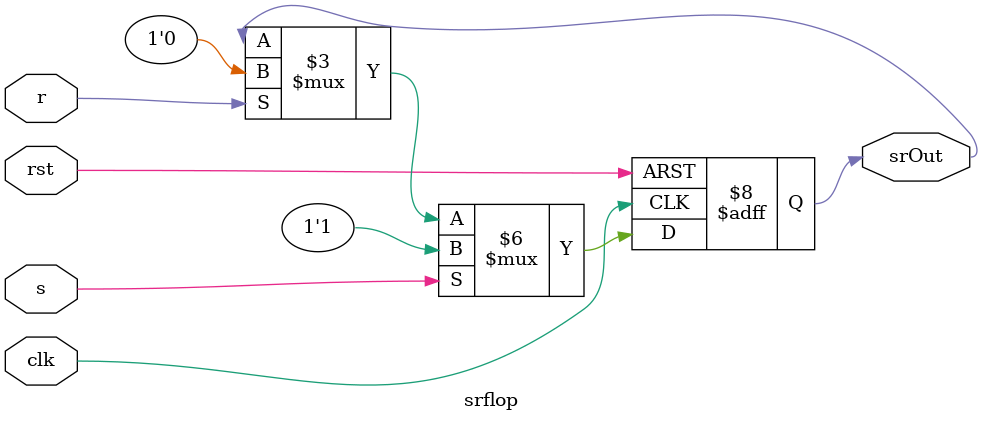
<source format=v>
`timescale 1ns / 1ps
/***************************************************************************
 * File Name: srflop.v
 * Project: Tx Machine 
 * Designer: Marc Cabote
 * Email: marcdominic011@gmail.com
 * Rev. Date: 8 February, 2018
 * 
 * Purpose:	An SR Flop is an arrangement of logic gates that maintains a 
 *          stable output even after the inputs are turned off.  This simple 
 *          flip flop circuit has a set input (S) and a reset input (R). 
 *
 * Notes:	-	This module has a synchronous reset input.
 *         
 ***************************************************************************/
module srflop(input clk, rst, s, r, 
				  output reg srOut);
				 
	
	always @(posedge clk, posedge rst)
		if(rst) srOut <= 1'b0; else
		if(s)	  srOut <= 1'b1; else
		if(r)   srOut <= 1'b0; 
		else	  srOut <= srOut;//not really needed


endmodule

</source>
